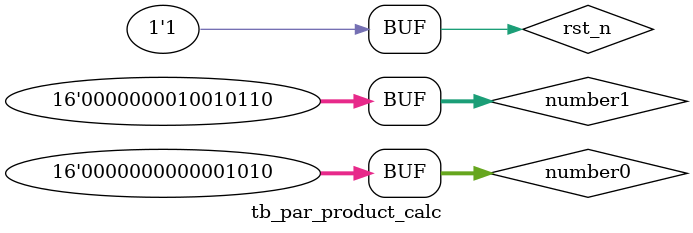
<source format=v>
`timescale  1ns / 1ps

module tb_par_product_calc;

// par_product_calc Parameters
parameter PERIOD  = 10;


// par_product_calc Inputs
reg   [15 : 0]  number1                    = 0 ;
reg   [15 : 0]  number0                    = 0 ;
reg   rst_n                                = 0 ;

// par_product_calc Outputs
wire  [31 : 0]  add_out1                   ;
wire  [31 : 0]  add_out0                   ;


initial
begin
    #(PERIOD*2) rst_n  =  1;
end

par_product_calc  u_par_product_calc (
    .number1                 ( number1   [15 : 0] ),
    .number0                 ( number0   [15 : 0] ),
    .rst_n                   ( rst_n              ),

    .add_out1                ( add_out1  [31 : 0] ),
    .add_out0                ( add_out0  [31 : 0] )
);

initial
begin
    #20 number1 = 16'd150;
    #20 number0 = 16'd10;
    // $finish;
end

endmodule
</source>
